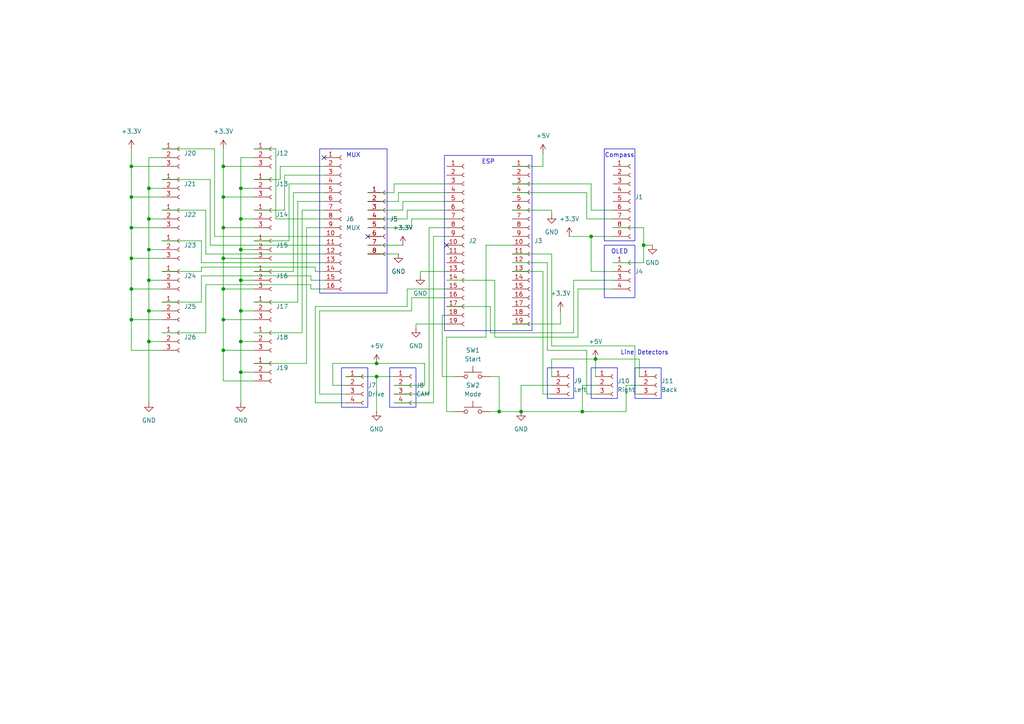
<source format=kicad_sch>
(kicad_sch (version 20250114) (generator "eeschema") (generator_version "9.0")
  (paper "A4")
  (lib_symbols
    (symbol "Connector:Conn_01x03_Socket" (pin_names (offset 1.016) (hide yes))
      (property "Reference" "J" (at 0 5.08 0))
      (property "Value" "Conn_01x03_Socket" (at 0 -5.08 0))
      (symbol "Conn_01x03_Socket_1_1"
        (polyline (pts (xy -1.27 2.54) (xy -0.508 2.54)) (stroke (width 0.1524)))
        (polyline (pts (xy -1.27 0) (xy -0.508 0)) (stroke (width 0.1524)))
        (polyline (pts (xy -1.27 -2.54) (xy -0.508 -2.54)) (stroke (width 0.1524)))
        (arc (start 0 2.032) (mid -0.5058 2.54) (end 0 3.048) (stroke (width 0.1524)))
        (arc (start 0 -0.508) (mid -0.5058 0) (end 0 0.508) (stroke (width 0.1524)))
        (arc (start 0 -3.048) (mid -0.5058 -2.54) (end 0 -2.032) (stroke (width 0.1524)))
        (pin passive line (at -5.08 2.54 0) (length 3.81) (name "Pin_1") (number "1"))
        (pin passive line (at -5.08 0 0) (length 3.81) (name "Pin_2") (number "2"))
        (pin passive line (at -5.08 -2.54 0) (length 3.81) (name "Pin_3") (number "3"))
      )
    )
    (symbol "Connector:Conn_01x04_Socket" (pin_names (offset 1.016) (hide yes))
      (property "Reference" "J" (at 0 5.08 0))
      (property "Value" "Conn_01x04_Socket" (at 0 -7.62 0))
      (symbol "Conn_01x04_Socket_1_1"
        (polyline (pts (xy -1.27 2.54) (xy -0.508 2.54)) (stroke (width 0.1524)))
        (polyline (pts (xy -1.27 0) (xy -0.508 0)) (stroke (width 0.1524)))
        (polyline (pts (xy -1.27 -2.54) (xy -0.508 -2.54)) (stroke (width 0.1524)))
        (polyline (pts (xy -1.27 -5.08) (xy -0.508 -5.08)) (stroke (width 0.1524)))
        (arc (start 0 2.032) (mid -0.5058 2.54) (end 0 3.048) (stroke (width 0.1524)))
        (arc (start 0 -0.508) (mid -0.5058 0) (end 0 0.508) (stroke (width 0.1524)))
        (arc (start 0 -3.048) (mid -0.5058 -2.54) (end 0 -2.032) (stroke (width 0.1524)))
        (arc (start 0 -5.588) (mid -0.5058 -5.08) (end 0 -4.572) (stroke (width 0.1524)))
        (pin passive line (at -5.08 2.54 0) (length 3.81) (name "Pin_1") (number "1"))
        (pin passive line (at -5.08 0 0) (length 3.81) (name "Pin_2") (number "2"))
        (pin passive line (at -5.08 -2.54 0) (length 3.81) (name "Pin_3") (number "3"))
        (pin passive line (at -5.08 -5.08 0) (length 3.81) (name "Pin_4") (number "4"))
      )
    )
    (symbol "Connector:Conn_01x08_Socket" (pin_names (offset 1.016) (hide yes))
      (property "Reference" "J" (at 0 10.16 0))
      (property "Value" "Conn_01x08_Socket" (at 0 -12.7 0))
      (symbol "Conn_01x08_Socket_1_1"
        (polyline (pts (xy -1.27 7.62) (xy -0.508 7.62)) (stroke (width 0.1524)))
        (polyline (pts (xy -1.27 5.08) (xy -0.508 5.08)) (stroke (width 0.1524)))
        (polyline (pts (xy -1.27 2.54) (xy -0.508 2.54)) (stroke (width 0.1524)))
        (polyline (pts (xy -1.27 0) (xy -0.508 0)) (stroke (width 0.1524)))
        (polyline (pts (xy -1.27 -2.54) (xy -0.508 -2.54)) (stroke (width 0.1524)))
        (polyline (pts (xy -1.27 -5.08) (xy -0.508 -5.08)) (stroke (width 0.1524)))
        (polyline (pts (xy -1.27 -7.62) (xy -0.508 -7.62)) (stroke (width 0.1524)))
        (polyline (pts (xy -1.27 -10.16) (xy -0.508 -10.16)) (stroke (width 0.1524)))
        (arc (start 0 7.112) (mid -0.5058 7.62) (end 0 8.128) (stroke (width 0.1524)))
        (arc (start 0 4.572) (mid -0.5058 5.08) (end 0 5.588) (stroke (width 0.1524)))
        (arc (start 0 2.032) (mid -0.5058 2.54) (end 0 3.048) (stroke (width 0.1524)))
        (arc (start 0 -0.508) (mid -0.5058 0) (end 0 0.508) (stroke (width 0.1524)))
        (arc (start 0 -3.048) (mid -0.5058 -2.54) (end 0 -2.032) (stroke (width 0.1524)))
        (arc (start 0 -5.588) (mid -0.5058 -5.08) (end 0 -4.572) (stroke (width 0.1524)))
        (arc (start 0 -8.128) (mid -0.5058 -7.62) (end 0 -7.112) (stroke (width 0.1524)))
        (arc (start 0 -10.668) (mid -0.5058 -10.16) (end 0 -9.652) (stroke (width 0.1524)))
        (pin passive line (at -5.08 7.62 0) (length 3.81) (name "Pin_1") (number "1"))
        (pin passive line (at -5.08 5.08 0) (length 3.81) (name "Pin_2") (number "2"))
        (pin passive line (at -5.08 2.54 0) (length 3.81) (name "Pin_3") (number "3"))
        (pin passive line (at -5.08 0 0) (length 3.81) (name "Pin_4") (number "4"))
        (pin passive line (at -5.08 -2.54 0) (length 3.81) (name "Pin_5") (number "5"))
        (pin passive line (at -5.08 -5.08 0) (length 3.81) (name "Pin_6") (number "6"))
        (pin passive line (at -5.08 -7.62 0) (length 3.81) (name "Pin_7") (number "7"))
        (pin passive line (at -5.08 -10.16 0) (length 3.81) (name "Pin_8") (number "8"))
      )
    )
    (symbol "Connector:Conn_01x09_Socket" (pin_names (offset 1.016) (hide yes))
      (property "Reference" "J" (at 0 12.7 0))
      (property "Value" "Conn_01x09_Socket" (at 0 -12.7 0))
      (symbol "Conn_01x09_Socket_1_1"
        (polyline (pts (xy -1.27 10.16) (xy -0.508 10.16)) (stroke (width 0.1524)))
        (polyline (pts (xy -1.27 7.62) (xy -0.508 7.62)) (stroke (width 0.1524)))
        (polyline (pts (xy -1.27 5.08) (xy -0.508 5.08)) (stroke (width 0.1524)))
        (polyline (pts (xy -1.27 2.54) (xy -0.508 2.54)) (stroke (width 0.1524)))
        (polyline (pts (xy -1.27 0) (xy -0.508 0)) (stroke (width 0.1524)))
        (polyline (pts (xy -1.27 -2.54) (xy -0.508 -2.54)) (stroke (width 0.1524)))
        (polyline (pts (xy -1.27 -5.08) (xy -0.508 -5.08)) (stroke (width 0.1524)))
        (polyline (pts (xy -1.27 -7.62) (xy -0.508 -7.62)) (stroke (width 0.1524)))
        (polyline (pts (xy -1.27 -10.16) (xy -0.508 -10.16)) (stroke (width 0.1524)))
        (arc (start 0 9.652) (mid -0.5058 10.16) (end 0 10.668) (stroke (width 0.1524)))
        (arc (start 0 7.112) (mid -0.5058 7.62) (end 0 8.128) (stroke (width 0.1524)))
        (arc (start 0 4.572) (mid -0.5058 5.08) (end 0 5.588) (stroke (width 0.1524)))
        (arc (start 0 2.032) (mid -0.5058 2.54) (end 0 3.048) (stroke (width 0.1524)))
        (arc (start 0 -0.508) (mid -0.5058 0) (end 0 0.508) (stroke (width 0.1524)))
        (arc (start 0 -3.048) (mid -0.5058 -2.54) (end 0 -2.032) (stroke (width 0.1524)))
        (arc (start 0 -5.588) (mid -0.5058 -5.08) (end 0 -4.572) (stroke (width 0.1524)))
        (arc (start 0 -8.128) (mid -0.5058 -7.62) (end 0 -7.112) (stroke (width 0.1524)))
        (arc (start 0 -10.668) (mid -0.5058 -10.16) (end 0 -9.652) (stroke (width 0.1524)))
        (pin passive line (at -5.08 10.16 0) (length 3.81) (name "Pin_1") (number "1"))
        (pin passive line (at -5.08 7.62 0) (length 3.81) (name "Pin_2") (number "2"))
        (pin passive line (at -5.08 5.08 0) (length 3.81) (name "Pin_3") (number "3"))
        (pin passive line (at -5.08 2.54 0) (length 3.81) (name "Pin_4") (number "4"))
        (pin passive line (at -5.08 0 0) (length 3.81) (name "Pin_5") (number "5"))
        (pin passive line (at -5.08 -2.54 0) (length 3.81) (name "Pin_6") (number "6"))
        (pin passive line (at -5.08 -5.08 0) (length 3.81) (name "Pin_7") (number "7"))
        (pin passive line (at -5.08 -7.62 0) (length 3.81) (name "Pin_8") (number "8"))
        (pin passive line (at -5.08 -10.16 0) (length 3.81) (name "Pin_9") (number "9"))
      )
    )
    (symbol "Connector:Conn_01x16_Socket" (pin_names (offset 1.016) (hide yes))
      (property "Reference" "J" (at 0 20.32 0))
      (property "Value" "Conn_01x16_Socket" (at 0 -22.86 0))
      (symbol "Conn_01x16_Socket_1_1"
        (polyline (pts (xy -1.27 17.78) (xy -0.508 17.78)) (stroke (width 0.1524)))
        (polyline (pts (xy -1.27 15.24) (xy -0.508 15.24)) (stroke (width 0.1524)))
        (polyline (pts (xy -1.27 12.7) (xy -0.508 12.7)) (stroke (width 0.1524)))
        (polyline (pts (xy -1.27 10.16) (xy -0.508 10.16)) (stroke (width 0.1524)))
        (polyline (pts (xy -1.27 7.62) (xy -0.508 7.62)) (stroke (width 0.1524)))
        (polyline (pts (xy -1.27 5.08) (xy -0.508 5.08)) (stroke (width 0.1524)))
        (polyline (pts (xy -1.27 2.54) (xy -0.508 2.54)) (stroke (width 0.1524)))
        (polyline (pts (xy -1.27 0) (xy -0.508 0)) (stroke (width 0.1524)))
        (polyline (pts (xy -1.27 -2.54) (xy -0.508 -2.54)) (stroke (width 0.1524)))
        (polyline (pts (xy -1.27 -5.08) (xy -0.508 -5.08)) (stroke (width 0.1524)))
        (polyline (pts (xy -1.27 -7.62) (xy -0.508 -7.62)) (stroke (width 0.1524)))
        (polyline (pts (xy -1.27 -10.16) (xy -0.508 -10.16)) (stroke (width 0.1524)))
        (polyline (pts (xy -1.27 -12.7) (xy -0.508 -12.7)) (stroke (width 0.1524)))
        (polyline (pts (xy -1.27 -15.24) (xy -0.508 -15.24)) (stroke (width 0.1524)))
        (polyline (pts (xy -1.27 -17.78) (xy -0.508 -17.78)) (stroke (width 0.1524)))
        (polyline (pts (xy -1.27 -20.32) (xy -0.508 -20.32)) (stroke (width 0.1524)))
        (arc (start 0 17.272) (mid -0.5058 17.78) (end 0 18.288) (stroke (width 0.1524)))
        (arc (start 0 14.732) (mid -0.5058 15.24) (end 0 15.748) (stroke (width 0.1524)))
        (arc (start 0 12.192) (mid -0.5058 12.7) (end 0 13.208) (stroke (width 0.1524)))
        (arc (start 0 9.652) (mid -0.5058 10.16) (end 0 10.668) (stroke (width 0.1524)))
        (arc (start 0 7.112) (mid -0.5058 7.62) (end 0 8.128) (stroke (width 0.1524)))
        (arc (start 0 4.572) (mid -0.5058 5.08) (end 0 5.588) (stroke (width 0.1524)))
        (arc (start 0 2.032) (mid -0.5058 2.54) (end 0 3.048) (stroke (width 0.1524)))
        (arc (start 0 -0.508) (mid -0.5058 0) (end 0 0.508) (stroke (width 0.1524)))
        (arc (start 0 -3.048) (mid -0.5058 -2.54) (end 0 -2.032) (stroke (width 0.1524)))
        (arc (start 0 -5.588) (mid -0.5058 -5.08) (end 0 -4.572) (stroke (width 0.1524)))
        (arc (start 0 -8.128) (mid -0.5058 -7.62) (end 0 -7.112) (stroke (width 0.1524)))
        (arc (start 0 -10.668) (mid -0.5058 -10.16) (end 0 -9.652) (stroke (width 0.1524)))
        (arc (start 0 -13.208) (mid -0.5058 -12.7) (end 0 -12.192) (stroke (width 0.1524)))
        (arc (start 0 -15.748) (mid -0.5058 -15.24) (end 0 -14.732) (stroke (width 0.1524)))
        (arc (start 0 -18.288) (mid -0.5058 -17.78) (end 0 -17.272) (stroke (width 0.1524)))
        (arc (start 0 -20.828) (mid -0.5058 -20.32) (end 0 -19.812) (stroke (width 0.1524)))
        (pin passive line (at -5.08 17.78 0) (length 3.81) (name "Pin_1") (number "1"))
        (pin passive line (at -5.08 15.24 0) (length 3.81) (name "Pin_2") (number "2"))
        (pin passive line (at -5.08 12.7 0) (length 3.81) (name "Pin_3") (number "3"))
        (pin passive line (at -5.08 10.16 0) (length 3.81) (name "Pin_4") (number "4"))
        (pin passive line (at -5.08 7.62 0) (length 3.81) (name "Pin_5") (number "5"))
        (pin passive line (at -5.08 5.08 0) (length 3.81) (name "Pin_6") (number "6"))
        (pin passive line (at -5.08 2.54 0) (length 3.81) (name "Pin_7") (number "7"))
        (pin passive line (at -5.08 0 0) (length 3.81) (name "Pin_8") (number "8"))
        (pin passive line (at -5.08 -2.54 0) (length 3.81) (name "Pin_9") (number "9"))
        (pin passive line (at -5.08 -5.08 0) (length 3.81) (name "Pin_10") (number "10"))
        (pin passive line (at -5.08 -7.62 0) (length 3.81) (name "Pin_11") (number "11"))
        (pin passive line (at -5.08 -10.16 0) (length 3.81) (name "Pin_12") (number "12"))
        (pin passive line (at -5.08 -12.7 0) (length 3.81) (name "Pin_13") (number "13"))
        (pin passive line (at -5.08 -15.24 0) (length 3.81) (name "Pin_14") (number "14"))
        (pin passive line (at -5.08 -17.78 0) (length 3.81) (name "Pin_15") (number "15"))
        (pin passive line (at -5.08 -20.32 0) (length 3.81) (name "Pin_16") (number "16"))
      )
    )
    (symbol "Connector:Conn_01x19_Socket" (pin_names (offset 1.016) (hide yes))
      (property "Reference" "J" (at 0 25.4 0))
      (property "Value" "Conn_01x19_Socket" (at 0 -25.4 0))
      (symbol "Conn_01x19_Socket_1_1"
        (polyline (pts (xy -1.27 22.86) (xy -0.508 22.86)) (stroke (width 0.1524)))
        (polyline (pts (xy -1.27 20.32) (xy -0.508 20.32)) (stroke (width 0.1524)))
        (polyline (pts (xy -1.27 17.78) (xy -0.508 17.78)) (stroke (width 0.1524)))
        (polyline (pts (xy -1.27 15.24) (xy -0.508 15.24)) (stroke (width 0.1524)))
        (polyline (pts (xy -1.27 12.7) (xy -0.508 12.7)) (stroke (width 0.1524)))
        (polyline (pts (xy -1.27 10.16) (xy -0.508 10.16)) (stroke (width 0.1524)))
        (polyline (pts (xy -1.27 7.62) (xy -0.508 7.62)) (stroke (width 0.1524)))
        (polyline (pts (xy -1.27 5.08) (xy -0.508 5.08)) (stroke (width 0.1524)))
        (polyline (pts (xy -1.27 2.54) (xy -0.508 2.54)) (stroke (width 0.1524)))
        (polyline (pts (xy -1.27 0) (xy -0.508 0)) (stroke (width 0.1524)))
        (polyline (pts (xy -1.27 -2.54) (xy -0.508 -2.54)) (stroke (width 0.1524)))
        (polyline (pts (xy -1.27 -5.08) (xy -0.508 -5.08)) (stroke (width 0.1524)))
        (polyline (pts (xy -1.27 -7.62) (xy -0.508 -7.62)) (stroke (width 0.1524)))
        (polyline (pts (xy -1.27 -10.16) (xy -0.508 -10.16)) (stroke (width 0.1524)))
        (polyline (pts (xy -1.27 -12.7) (xy -0.508 -12.7)) (stroke (width 0.1524)))
        (polyline (pts (xy -1.27 -15.24) (xy -0.508 -15.24)) (stroke (width 0.1524)))
        (polyline (pts (xy -1.27 -17.78) (xy -0.508 -17.78)) (stroke (width 0.1524)))
        (polyline (pts (xy -1.27 -20.32) (xy -0.508 -20.32)) (stroke (width 0.1524)))
        (polyline (pts (xy -1.27 -22.86) (xy -0.508 -22.86)) (stroke (width 0.1524)))
        (arc (start 0 22.352) (mid -0.5058 22.86) (end 0 23.368) (stroke (width 0.1524)))
        (arc (start 0 19.812) (mid -0.5058 20.32) (end 0 20.828) (stroke (width 0.1524)))
        (arc (start 0 17.272) (mid -0.5058 17.78) (end 0 18.288) (stroke (width 0.1524)))
        (arc (start 0 14.732) (mid -0.5058 15.24) (end 0 15.748) (stroke (width 0.1524)))
        (arc (start 0 12.192) (mid -0.5058 12.7) (end 0 13.208) (stroke (width 0.1524)))
        (arc (start 0 9.652) (mid -0.5058 10.16) (end 0 10.668) (stroke (width 0.1524)))
        (arc (start 0 7.112) (mid -0.5058 7.62) (end 0 8.128) (stroke (width 0.1524)))
        (arc (start 0 4.572) (mid -0.5058 5.08) (end 0 5.588) (stroke (width 0.1524)))
        (arc (start 0 2.032) (mid -0.5058 2.54) (end 0 3.048) (stroke (width 0.1524)))
        (arc (start 0 -0.508) (mid -0.5058 0) (end 0 0.508) (stroke (width 0.1524)))
        (arc (start 0 -3.048) (mid -0.5058 -2.54) (end 0 -2.032) (stroke (width 0.1524)))
        (arc (start 0 -5.588) (mid -0.5058 -5.08) (end 0 -4.572) (stroke (width 0.1524)))
        (arc (start 0 -8.128) (mid -0.5058 -7.62) (end 0 -7.112) (stroke (width 0.1524)))
        (arc (start 0 -10.668) (mid -0.5058 -10.16) (end 0 -9.652) (stroke (width 0.1524)))
        (arc (start 0 -13.208) (mid -0.5058 -12.7) (end 0 -12.192) (stroke (width 0.1524)))
        (arc (start 0 -15.748) (mid -0.5058 -15.24) (end 0 -14.732) (stroke (width 0.1524)))
        (arc (start 0 -18.288) (mid -0.5058 -17.78) (end 0 -17.272) (stroke (width 0.1524)))
        (arc (start 0 -20.828) (mid -0.5058 -20.32) (end 0 -19.812) (stroke (width 0.1524)))
        (arc (start 0 -23.368) (mid -0.5058 -22.86) (end 0 -22.352) (stroke (width 0.1524)))
        (pin passive line (at -5.08 22.86 0) (length 3.81) (name "Pin_1") (number "1"))
        (pin passive line (at -5.08 20.32 0) (length 3.81) (name "Pin_2") (number "2"))
        (pin passive line (at -5.08 17.78 0) (length 3.81) (name "Pin_3") (number "3"))
        (pin passive line (at -5.08 15.24 0) (length 3.81) (name "Pin_4") (number "4"))
        (pin passive line (at -5.08 12.7 0) (length 3.81) (name "Pin_5") (number "5"))
        (pin passive line (at -5.08 10.16 0) (length 3.81) (name "Pin_6") (number "6"))
        (pin passive line (at -5.08 7.62 0) (length 3.81) (name "Pin_7") (number "7"))
        (pin passive line (at -5.08 5.08 0) (length 3.81) (name "Pin_8") (number "8"))
        (pin passive line (at -5.08 2.54 0) (length 3.81) (name "Pin_9") (number "9"))
        (pin passive line (at -5.08 0 0) (length 3.81) (name "Pin_10") (number "10"))
        (pin passive line (at -5.08 -2.54 0) (length 3.81) (name "Pin_11") (number "11"))
        (pin passive line (at -5.08 -5.08 0) (length 3.81) (name "Pin_12") (number "12"))
        (pin passive line (at -5.08 -7.62 0) (length 3.81) (name "Pin_13") (number "13"))
        (pin passive line (at -5.08 -10.16 0) (length 3.81) (name "Pin_14") (number "14"))
        (pin passive line (at -5.08 -12.7 0) (length 3.81) (name "Pin_15") (number "15"))
        (pin passive line (at -5.08 -15.24 0) (length 3.81) (name "Pin_16") (number "16"))
        (pin passive line (at -5.08 -17.78 0) (length 3.81) (name "Pin_17") (number "17"))
        (pin passive line (at -5.08 -20.32 0) (length 3.81) (name "Pin_18") (number "18"))
        (pin passive line (at -5.08 -22.86 0) (length 3.81) (name "Pin_19") (number "19"))
      )
    )
    (symbol "Switch:SW_Push" (pin_numbers (hide yes)) (pin_names (offset 1.016) (hide yes))
      (property "Reference" "SW" (at 1.27 2.54 0))
      (property "Value" "SW_Push" (at 0 -1.524 0))
      (symbol "SW_Push_0_1"
        (circle (center -2.032 0) (radius 0.508))
        (polyline (pts (xy 0 1.27) (xy 0 3.048)))
        (circle (center 2.032 0) (radius 0.508))
        (polyline (pts (xy 2.54 1.27) (xy -2.54 1.27)))
        (pin passive line (at -5.08 0 0) (length 2.54) (name "1") (number "1"))
        (pin passive line (at 5.08 0 180) (length 2.54) (name "2") (number "2"))
      )
    )
    (symbol "power:+3.3V" (power) (pin_numbers (hide yes)) (pin_names (offset 0) (hide yes))
      (property "Value" "+3.3V" (at 0 3.556 0))
      (symbol "+3.3V_0_1"
        (polyline (pts (xy -0.762 1.27) (xy 0 2.54)))
        (polyline (pts (xy 0 2.54) (xy 0.762 1.27)))
        (polyline (pts (xy 0 0) (xy 0 2.54)))
      )
      (symbol "+3.3V_1_1"
        (pin power_in line (at 0 0 90) (length 0) (name "~") (number "1"))
      )
    )
    (symbol "power:+5V" (power) (pin_numbers (hide yes)) (pin_names (offset 0) (hide yes))
      (property "Value" "+5V" (at 0 3.556 0))
      (symbol "+5V_0_1"
        (polyline (pts (xy -0.762 1.27) (xy 0 2.54)))
        (polyline (pts (xy 0 2.54) (xy 0.762 1.27)))
        (polyline (pts (xy 0 0) (xy 0 2.54)))
      )
      (symbol "+5V_1_1"
        (pin power_in line (at 0 0 90) (length 0) (name "~") (number "1"))
      )
    )
    (symbol "power:GND" (power) (pin_numbers (hide yes)) (pin_names (offset 0) (hide yes))
      (property "Value" "GND" (at 0 -3.81 0))
      (symbol "GND_0_1"
        (polyline (pts (xy 0 0) (xy 0 -1.27) (xy 1.27 -1.27) (xy 0 -2.54) (xy -1.27 -1.27) (xy 0 -1.27)))
      )
      (symbol "GND_1_1"
        (pin power_in line (at 0 0 270) (length 0) (name "~") (number "1"))
      )
    )
  )
  (rectangle (start 184.15 106.68) (end 191.77 115.57))
  (rectangle (start 113.03 106.68) (end 120.65 118.11))
  (rectangle (start 158.75 106.68) (end 166.37 115.57))
  (rectangle (start 171.45 106.68) (end 179.07 115.57))
  (rectangle (start 99.06 106.68) (end 106.68 118.11))
  (text "Line Detectors" (at 186.944 102.362 0) (effects (font (size 1.27 1.27))))
  (text_box "OLED" (at 175.26 71.12 0) (size 8.89 15.24) (margins 0.9525 0.9525 0.9525 0.9525) (effects (font (size 1.27 1.27)) (justify top)))
  (text_box "Compass" (at 175.26 43.18 0) (size 8.89 26.67) (margins 0.9525 0.9525 0.9525 0.9525) (effects (font (size 1.27 1.27)) (justify top)))
  (text_box "ESP" (at 128.905 45.085 0) (size 25.3999 50.7999) (margins 0.9525 0.9525 0.9525 0.9525) (effects (font (size 1.27 1.27)) (justify top)))
  (text_box "MUX" (at 92.71 43.18 0) (size 19.5562 41.822) (margins 0.9525 0.9525 0.9525 0.9525) (effects (font (size 1.27 1.27)) (justify top)))
  (junction (at 38.1 57.15))
  (junction (at 64.77 101.6))
  (junction (at 69.85 72.39))
  (junction (at 172.72 104.14))
  (junction (at 43.18 54.61))
  (junction (at 38.1 48.26))
  (junction (at 69.85 99.06))
  (junction (at 43.18 81.28))
  (junction (at 38.1 83.82))
  (junction (at 69.85 107.95))
  (junction (at 64.77 92.71))
  (junction (at 43.18 72.39))
  (junction (at 64.77 57.15))
  (junction (at 43.18 90.17))
  (junction (at 151.13 119.38))
  (junction (at 69.85 63.5))
  (junction (at 69.85 54.61))
  (junction (at 109.22 105.41))
  (junction (at 64.77 48.26))
  (junction (at 69.85 90.17))
  (junction (at 69.85 81.28))
  (junction (at 38.1 92.71))
  (junction (at 171.45 68.58))
  (junction (at 64.77 66.04))
  (junction (at 38.1 74.93))
  (junction (at 38.1 66.04))
  (junction (at 109.22 109.22))
  (junction (at 64.77 83.82))
  (junction (at 43.18 63.5))
  (junction (at 64.77 74.93))
  (junction (at 186.69 71.12))
  (junction (at 168.91 119.38))
  (junction (at 43.18 99.06))
  (junction (at 144.78 119.38))
  (no_connect (at 93.98 45.72))
  (no_connect (at 106.68 68.58))
  (no_connect (at 129.54 71.12))
  (wire (pts (xy 143.51 81.28) (xy 129.54 81.28)))
  (wire (pts (xy 158.75 76.2) (xy 148.59 76.2)))
  (wire (pts (xy 160.02 73.66) (xy 160.02 100.33)))
  (wire (pts (xy 43.18 72.39) (xy 43.18 81.28)))
  (wire (pts (xy 118.11 83.82) (xy 129.54 83.82)))
  (wire (pts (xy 160.02 73.66) (xy 148.59 73.66)))
  (wire (pts (xy 186.69 71.12) (xy 186.69 66.04)))
  (wire (pts (xy 73.66 54.61) (xy 69.85 54.61)))
  (wire (pts (xy 38.1 57.15) (xy 38.1 66.04)))
  (wire (pts (xy 46.99 83.82) (xy 38.1 83.82)))
  (wire (pts (xy 73.66 105.41) (xy 88.9 105.41)))
  (wire (pts (xy 114.3 53.34) (xy 129.54 53.34)))
  (wire (pts (xy 119.38 63.5) (xy 119.38 66.04)))
  (wire (pts (xy 91.44 116.84) (xy 100.33 116.84)))
  (wire (pts (xy 144.78 109.22) (xy 144.78 119.38)))
  (wire (pts (xy 46.99 57.15) (xy 38.1 57.15)))
  (wire (pts (xy 129.54 97.79) (xy 140.97 97.79)))
  (wire (pts (xy 142.24 119.38) (xy 144.78 119.38)))
  (wire (pts (xy 69.85 81.28) (xy 69.85 90.17)))
  (wire (pts (xy 73.66 96.52) (xy 87.63 96.52)))
  (wire (pts (xy 118.11 63.5) (xy 106.68 63.5)))
  (wire (pts (xy 43.18 81.28) (xy 43.18 90.17)))
  (wire (pts (xy 62.23 43.18) (xy 62.23 68.58)))
  (wire (pts (xy 158.75 101.6) (xy 170.18 101.6)))
  (wire (pts (xy 92.71 90.17) (xy 92.71 114.3)))
  (wire (pts (xy 46.99 74.93) (xy 38.1 74.93)))
  (wire (pts (xy 143.51 81.28) (xy 143.51 97.79)))
  (wire (pts (xy 181.61 119.38) (xy 168.91 119.38)))
  (wire (pts (xy 80.01 63.5) (xy 93.98 63.5)))
  (wire (pts (xy 73.66 81.28) (xy 69.85 81.28)))
  (wire (pts (xy 172.72 104.14) (xy 185.42 104.14)))
  (wire (pts (xy 73.66 57.15) (xy 64.77 57.15)))
  (wire (pts (xy 114.3 55.88) (xy 114.3 53.34)))
  (wire (pts (xy 64.77 74.93) (xy 64.77 83.82)))
  (wire (pts (xy 73.66 52.07) (xy 81.28 52.07)))
  (wire (pts (xy 157.48 78.74) (xy 148.59 78.74)))
  (wire (pts (xy 144.78 109.22) (xy 142.24 109.22)))
  (wire (pts (xy 81.28 48.26) (xy 93.98 48.26)))
  (wire (pts (xy 184.15 114.3) (xy 185.42 114.3)))
  (wire (pts (xy 64.77 101.6) (xy 64.77 92.71)))
  (wire (pts (xy 160.02 104.14) (xy 172.72 104.14)))
  (wire (pts (xy 118.11 60.96) (xy 118.11 63.5)))
  (wire (pts (xy 83.82 53.34) (xy 93.98 53.34)))
  (wire (pts (xy 73.66 87.63) (xy 86.36 87.63)))
  (wire (pts (xy 114.3 111.76) (xy 123.19 111.76)))
  (wire (pts (xy 46.99 63.5) (xy 43.18 63.5)))
  (wire (pts (xy 125.73 68.58) (xy 129.54 68.58)))
  (wire (pts (xy 59.69 60.96) (xy 59.69 73.66)))
  (wire (pts (xy 46.99 72.39) (xy 43.18 72.39)))
  (wire (pts (xy 171.45 68.58) (xy 177.8 68.58)))
  (wire (pts (xy 64.77 48.26) (xy 64.77 57.15)))
  (wire (pts (xy 171.45 53.34) (xy 171.45 60.96)))
  (wire (pts (xy 109.22 109.22) (xy 114.3 109.22)))
  (wire (pts (xy 171.45 60.96) (xy 177.8 60.96)))
  (wire (pts (xy 177.8 66.04) (xy 186.69 66.04)))
  (wire (pts (xy 151.13 111.76) (xy 151.13 119.38)))
  (wire (pts (xy 90.17 83.82) (xy 93.98 83.82)))
  (wire (pts (xy 58.42 80.01) (xy 90.17 80.01)))
  (wire (pts (xy 125.73 68.58) (xy 125.73 116.84)))
  (wire (pts (xy 171.45 68.58) (xy 171.45 78.74)))
  (wire (pts (xy 90.17 82.55) (xy 90.17 83.82)))
  (wire (pts (xy 148.59 48.26) (xy 157.48 48.26)))
  (wire (pts (xy 73.66 101.6) (xy 64.77 101.6)))
  (wire (pts (xy 73.66 63.5) (xy 69.85 63.5)))
  (wire (pts (xy 170.18 101.6) (xy 170.18 114.3)))
  (wire (pts (xy 100.33 109.22) (xy 109.22 109.22)))
  (wire (pts (xy 189.23 71.12) (xy 186.69 71.12)))
  (wire (pts (xy 73.66 43.18) (xy 80.01 43.18)))
  (wire (pts (xy 59.69 82.55) (xy 90.17 82.55)))
  (wire (pts (xy 167.64 97.79) (xy 167.64 83.82)))
  (wire (pts (xy 46.99 78.74) (xy 58.42 78.74)))
  (wire (pts (xy 106.68 71.12) (xy 116.84 71.12)))
  (wire (pts (xy 46.99 54.61) (xy 43.18 54.61)))
  (wire (pts (xy 160.02 100.33) (xy 184.15 100.33)))
  (wire (pts (xy 88.9 66.04) (xy 93.98 66.04)))
  (wire (pts (xy 38.1 48.26) (xy 38.1 57.15)))
  (wire (pts (xy 140.97 97.79) (xy 140.97 71.12)))
  (wire (pts (xy 167.64 83.82) (xy 177.8 83.82)))
  (wire (pts (xy 90.17 80.01) (xy 90.17 81.28)))
  (wire (pts (xy 73.66 99.06) (xy 69.85 99.06)))
  (wire (pts (xy 64.77 83.82) (xy 64.77 92.71)))
  (wire (pts (xy 38.1 48.26) (xy 38.1 43.18)))
  (wire (pts (xy 46.99 81.28) (xy 43.18 81.28)))
  (wire (pts (xy 158.75 76.2) (xy 158.75 101.6)))
  (wire (pts (xy 119.38 86.36) (xy 119.38 90.17)))
  (wire (pts (xy 43.18 63.5) (xy 43.18 72.39)))
  (wire (pts (xy 166.37 81.28) (xy 177.8 81.28)))
  (wire (pts (xy 151.13 119.38) (xy 168.91 119.38)))
  (wire (pts (xy 43.18 90.17) (xy 43.18 99.06)))
  (wire (pts (xy 118.11 83.82) (xy 118.11 88.9)))
  (wire (pts (xy 96.52 105.41) (xy 96.52 111.76)))
  (wire (pts (xy 142.24 88.9) (xy 142.24 96.52)))
  (wire (pts (xy 43.18 45.72) (xy 43.18 54.61)))
  (wire (pts (xy 170.18 63.5) (xy 177.8 63.5)))
  (wire (pts (xy 60.96 71.12) (xy 93.98 71.12)))
  (wire (pts (xy 46.99 48.26) (xy 38.1 48.26)))
  (wire (pts (xy 168.91 111.76) (xy 168.91 119.38)))
  (wire (pts (xy 129.54 93.98) (xy 120.65 93.98)))
  (wire (pts (xy 123.19 111.76) (xy 123.19 105.41)))
  (wire (pts (xy 114.3 116.84) (xy 125.73 116.84)))
  (wire (pts (xy 129.54 119.38) (xy 132.08 119.38)))
  (wire (pts (xy 170.18 114.3) (xy 172.72 114.3)))
  (wire (pts (xy 46.99 101.6) (xy 38.1 101.6)))
  (wire (pts (xy 124.46 66.04) (xy 129.54 66.04)))
  (wire (pts (xy 58.42 87.63) (xy 58.42 80.01)))
  (wire (pts (xy 114.3 114.3) (xy 124.46 114.3)))
  (wire (pts (xy 116.84 58.42) (xy 129.54 58.42)))
  (wire (pts (xy 73.66 110.49) (xy 64.77 110.49)))
  (wire (pts (xy 143.51 97.79) (xy 167.64 97.79)))
  (wire (pts (xy 177.8 76.2) (xy 186.69 76.2)))
  (wire (pts (xy 73.66 45.72) (xy 69.85 45.72)))
  (wire (pts (xy 171.45 78.74) (xy 177.8 78.74)))
  (wire (pts (xy 124.46 66.04) (xy 124.46 114.3)))
  (wire (pts (xy 162.56 90.17) (xy 162.56 93.98)))
  (wire (pts (xy 162.56 93.98) (xy 148.59 93.98)))
  (wire (pts (xy 109.22 105.41) (xy 96.52 105.41)))
  (wire (pts (xy 69.85 54.61) (xy 69.85 63.5)))
  (wire (pts (xy 106.68 73.66) (xy 115.57 73.66)))
  (wire (pts (xy 64.77 66.04) (xy 64.77 74.93)))
  (wire (pts (xy 69.85 45.72) (xy 69.85 54.61)))
  (wire (pts (xy 83.82 53.34) (xy 83.82 69.85)))
  (wire (pts (xy 69.85 72.39) (xy 69.85 81.28)))
  (wire (pts (xy 81.28 52.07) (xy 81.28 48.26)))
  (wire (pts (xy 86.36 87.63) (xy 86.36 58.42)))
  (wire (pts (xy 69.85 116.84) (xy 69.85 107.95)))
  (wire (pts (xy 157.48 48.26) (xy 157.48 44.45)))
  (wire (pts (xy 109.22 109.22) (xy 109.22 119.38)))
  (wire (pts (xy 46.99 87.63) (xy 58.42 87.63)))
  (wire (pts (xy 87.63 96.52) (xy 87.63 60.96)))
  (wire (pts (xy 172.72 109.22) (xy 172.72 104.14)))
  (wire (pts (xy 46.99 69.85) (xy 58.42 69.85)))
  (wire (pts (xy 38.1 74.93) (xy 38.1 83.82)))
  (wire (pts (xy 88.9 66.04) (xy 88.9 105.41)))
  (wire (pts (xy 58.42 77.47) (xy 91.44 77.47)))
  (wire (pts (xy 64.77 57.15) (xy 64.77 66.04)))
  (wire (pts (xy 46.99 60.96) (xy 59.69 60.96)))
  (wire (pts (xy 69.85 63.5) (xy 69.85 72.39)))
  (wire (pts (xy 170.18 55.88) (xy 170.18 63.5)))
  (wire (pts (xy 106.68 55.88) (xy 114.3 55.88)))
  (wire (pts (xy 160.02 109.22) (xy 160.02 104.14)))
  (wire (pts (xy 73.66 66.04) (xy 64.77 66.04)))
  (wire (pts (xy 73.66 60.96) (xy 82.55 60.96)))
  (wire (pts (xy 118.11 60.96) (xy 129.54 60.96)))
  (wire (pts (xy 43.18 99.06) (xy 43.18 116.84)))
  (wire (pts (xy 91.44 77.47) (xy 91.44 78.74)))
  (wire (pts (xy 82.55 50.8) (xy 93.98 50.8)))
  (wire (pts (xy 129.54 97.79) (xy 129.54 119.38)))
  (wire (pts (xy 64.77 110.49) (xy 64.77 101.6)))
  (wire (pts (xy 157.48 78.74) (xy 157.48 114.3)))
  (wire (pts (xy 73.66 48.26) (xy 64.77 48.26)))
  (wire (pts (xy 58.42 78.74) (xy 58.42 77.47)))
  (wire (pts (xy 64.77 48.26) (xy 64.77 43.18)))
  (wire (pts (xy 38.1 83.82) (xy 38.1 92.71)))
  (wire (pts (xy 86.36 58.42) (xy 93.98 58.42)))
  (wire (pts (xy 69.85 107.95) (xy 73.66 107.95)))
  (wire (pts (xy 80.01 43.18) (xy 80.01 63.5)))
  (wire (pts (xy 69.85 99.06) (xy 69.85 107.95)))
  (wire (pts (xy 59.69 96.52) (xy 59.69 82.55)))
  (wire (pts (xy 73.66 72.39) (xy 69.85 72.39)))
  (wire (pts (xy 115.57 58.42) (xy 115.57 55.88)))
  (wire (pts (xy 128.27 109.22) (xy 132.08 109.22)))
  (wire (pts (xy 185.42 109.22) (xy 185.42 104.14)))
  (wire (pts (xy 109.22 105.41) (xy 123.19 105.41)))
  (wire (pts (xy 73.66 78.74) (xy 85.09 78.74)))
  (wire (pts (xy 73.66 83.82) (xy 64.77 83.82)))
  (wire (pts (xy 148.59 53.34) (xy 171.45 53.34)))
  (wire (pts (xy 46.99 52.07) (xy 60.96 52.07)))
  (wire (pts (xy 185.42 111.76) (xy 181.61 111.76)))
  (wire (pts (xy 46.99 96.52) (xy 59.69 96.52)))
  (wire (pts (xy 85.09 55.88) (xy 93.98 55.88)))
  (wire (pts (xy 91.44 88.9) (xy 91.44 116.84)))
  (wire (pts (xy 85.09 78.74) (xy 85.09 55.88)))
  (wire (pts (xy 166.37 81.28) (xy 166.37 96.52)))
  (wire (pts (xy 46.99 90.17) (xy 43.18 90.17)))
  (wire (pts (xy 58.42 76.2) (xy 93.98 76.2)))
  (wire (pts (xy 148.59 60.96) (xy 160.02 60.96)))
  (wire (pts (xy 90.17 81.28) (xy 93.98 81.28)))
  (wire (pts (xy 59.69 73.66) (xy 93.98 73.66)))
  (wire (pts (xy 96.52 111.76) (xy 100.33 111.76)))
  (wire (pts (xy 128.27 91.44) (xy 129.54 91.44)))
  (wire (pts (xy 115.57 55.88) (xy 129.54 55.88)))
  (wire (pts (xy 73.66 74.93) (xy 64.77 74.93)))
  (wire (pts (xy 116.84 60.96) (xy 116.84 58.42)))
  (wire (pts (xy 120.65 93.98) (xy 120.65 95.25)))
  (wire (pts (xy 58.42 69.85) (xy 58.42 76.2)))
  (wire (pts (xy 46.99 99.06) (xy 43.18 99.06)))
  (wire (pts (xy 73.66 90.17) (xy 69.85 90.17)))
  (wire (pts (xy 87.63 60.96) (xy 93.98 60.96)))
  (wire (pts (xy 46.99 92.71) (xy 38.1 92.71)))
  (wire (pts (xy 46.99 45.72) (xy 43.18 45.72)))
  (wire (pts (xy 121.92 80.01) (xy 121.92 78.74)))
  (wire (pts (xy 186.69 71.12) (xy 186.69 76.2)))
  (wire (pts (xy 46.99 43.18) (xy 62.23 43.18)))
  (wire (pts (xy 119.38 86.36) (xy 129.54 86.36)))
  (wire (pts (xy 82.55 50.8) (xy 82.55 60.96)))
  (wire (pts (xy 60.96 52.07) (xy 60.96 71.12)))
  (wire (pts (xy 128.27 109.22) (xy 128.27 91.44)))
  (wire (pts (xy 106.68 60.96) (xy 116.84 60.96)))
  (wire (pts (xy 160.02 60.96) (xy 160.02 62.23)))
  (wire (pts (xy 165.1 68.58) (xy 171.45 68.58)))
  (wire (pts (xy 62.23 68.58) (xy 93.98 68.58)))
  (wire (pts (xy 92.71 114.3) (xy 100.33 114.3)))
  (wire (pts (xy 118.11 88.9) (xy 91.44 88.9)))
  (wire (pts (xy 148.59 55.88) (xy 170.18 55.88)))
  (wire (pts (xy 73.66 69.85) (xy 83.82 69.85)))
  (wire (pts (xy 157.48 114.3) (xy 160.02 114.3)))
  (wire (pts (xy 142.24 88.9) (xy 129.54 88.9)))
  (wire (pts (xy 73.66 92.71) (xy 64.77 92.71)))
  (wire (pts (xy 38.1 66.04) (xy 38.1 74.93)))
  (wire (pts (xy 69.85 90.17) (xy 69.85 99.06)))
  (wire (pts (xy 181.61 111.76) (xy 181.61 119.38)))
  (wire (pts (xy 160.02 111.76) (xy 151.13 111.76)))
  (wire (pts (xy 142.24 96.52) (xy 166.37 96.52)))
  (wire (pts (xy 119.38 90.17) (xy 92.71 90.17)))
  (wire (pts (xy 106.68 66.04) (xy 119.38 66.04)))
  (wire (pts (xy 184.15 100.33) (xy 184.15 114.3)))
  (wire (pts (xy 43.18 54.61) (xy 43.18 63.5)))
  (wire (pts (xy 172.72 111.76) (xy 168.91 111.76)))
  (wire (pts (xy 46.99 66.04) (xy 38.1 66.04)))
  (wire (pts (xy 38.1 101.6) (xy 38.1 92.71)))
  (wire (pts (xy 91.44 78.74) (xy 93.98 78.74)))
  (wire (pts (xy 121.92 78.74) (xy 129.54 78.74)))
  (wire (pts (xy 119.38 63.5) (xy 129.54 63.5)))
  (wire (pts (xy 106.68 58.42) (xy 115.57 58.42)))
  (wire (pts (xy 144.78 119.38) (xy 151.13 119.38)))
  (wire (pts (xy 140.97 71.12) (xy 148.59 71.12)))
  (symbol (lib_id "Connector:Conn_01x03_Socket") (at 165.1 111.76 0) (unit 1)
    (property "Reference" "J9" (at 166.37 110.4899 0) (effects (justify left)))
    (property "Value" "Left" (at 166.37 113.0299 0) (effects (justify left)))
    (property "Footprint" "Connector_PinSocket_2.54mm:PinSocket_1x03_P2.54mm_Vertical" (effects (hide yes)))
    (property "Description" "Generic connector, single row, 01x03, script generated" (effects (hide yes)))
  )
  (symbol (lib_id "power:GND") (at 109.22 119.38 0) (unit 1)
    (property "Reference" "#PWR05" (effects (hide yes)))
    (property "Value" "GND" (at 109.22 124.46 0))
    (property "Description" "Power symbol creates a global label with name \"GND\" , ground" (effects (hide yes)))
  )
  (symbol (lib_id "Connector:Conn_01x19_Socket") (at 134.62 71.12 0) (unit 1)
    (property "Reference" "J2" (at 135.89 69.8499 0) (effects (justify left)))
    (property "Value" "Conn_01x19_Socket" (effects (hide yes)))
    (property "Footprint" "Connector_PinSocket_2.54mm:PinSocket_1x19_P2.54mm_Vertical" (effects (hide yes)))
    (property "Description" "Generic connector, single row, 01x19, script generated" (effects (hide yes)))
  )
  (symbol (lib_id "Connector:Conn_01x04_Socket") (at 119.38 111.76 0) (unit 1)
    (property "Reference" "J8" (at 120.65 111.7599 0) (effects (justify left)))
    (property "Value" "CAM" (at 120.65 114.2999 0) (effects (justify left)))
    (property "Footprint" "Connector_PinSocket_2.54mm:PinSocket_1x04_P2.54mm_Vertical" (effects (hide yes)))
    (property "Description" "Generic connector, single row, 01x04, script generated" (effects (hide yes)))
  )
  (symbol (lib_id "power:+3.3V") (at 165.1 68.58 0) (unit 1)
    (property "Reference" "#PWR010" (effects (hide yes)))
    (property "Value" "+3.3V" (at 165.1 63.5 0))
    (property "Description" "Power symbol creates a global label with name \"+3.3V\"" (effects (hide yes)))
  )
  (symbol (lib_id "power:+3.3V") (at 162.56 90.17 0) (unit 1)
    (property "Reference" "#PWR09" (effects (hide yes)))
    (property "Value" "+3.3V" (at 162.56 85.09 0))
    (property "Description" "Power symbol creates a global label with name \"+3.3V\"" (effects (hide yes)))
  )
  (symbol (lib_id "Connector:Conn_01x03_Socket") (at 177.8 111.76 0) (unit 1)
    (property "Reference" "J10" (at 179.07 110.4899 0) (effects (justify left)))
    (property "Value" "Right" (at 179.07 113.0299 0) (effects (justify left)))
    (property "Footprint" "Connector_PinSocket_2.54mm:PinSocket_1x03_P2.54mm_Vertical" (effects (hide yes)))
    (property "Description" "Generic connector, single row, 01x03, script generated" (effects (hide yes)))
  )
  (symbol (lib_id "Connector:Conn_01x19_Socket") (at 153.67 71.12 0) (unit 1)
    (property "Reference" "J3" (at 154.94 69.8499 0) (effects (justify left)))
    (property "Value" "Conn_01x19_Socket" (effects (hide yes)))
    (property "Footprint" "Connector_PinSocket_2.54mm:PinSocket_1x19_P2.54mm_Vertical" (effects (hide yes)))
    (property "Description" "Generic connector, single row, 01x19, script generated" (effects (hide yes)))
  )
  (symbol (lib_id "Switch:SW_Push") (at 137.16 119.38 0) (unit 1)
    (property "Reference" "SW2" (at 137.16 111.76 0))
    (property "Value" "Mode" (at 137.16 114.3 0))
    (property "Footprint" "Diode_THT:D_5W_P5.08mm_Vertical_AnodeUp" (effects (hide yes)))
    (property "Description" "Push button switch, generic, two pins" (effects (hide yes)))
  )
  (symbol (lib_id "Connector:Conn_01x04_Socket") (at 182.88 78.74 0) (unit 1)
    (property "Reference" "J4" (at 184.15 78.7399 0) (effects (justify left)))
    (property "Value" "OLED" (effects (hide yes)))
    (property "Footprint" "Connector_PinSocket_2.54mm:PinSocket_1x04_P2.54mm_Vertical" (effects (hide yes)))
    (property "Description" "Generic connector, single row, 01x04, script generated" (effects (hide yes)))
  )
  (symbol (lib_id "Connector:Conn_01x03_Socket") (at 52.07 72.39 0) (unit 1)
    (property "Reference" "J23" (at 53.34 71.1199 0) (effects (justify left)))
    (property "Value" "Conn_01x03_Socket" (effects (hide yes)))
    (property "Footprint" "Connector_PinSocket_2.54mm:PinSocket_1x03_P2.54mm_Vertical" (effects (hide yes)))
    (property "Description" "Generic connector, single row, 01x03, script generated" (effects (hide yes)))
  )
  (symbol (lib_id "power:GND") (at 43.18 116.84 0) (unit 1)
    (property "Reference" "#PWR016" (effects (hide yes)))
    (property "Value" "GND" (at 43.18 121.92 0))
    (property "Description" "Power symbol creates a global label with name \"GND\" , ground" (effects (hide yes)))
  )
  (symbol (lib_id "Connector:Conn_01x16_Socket") (at 99.06 63.5 0) (unit 1)
    (property "Reference" "J6" (at 100.33 63.4999 0) (effects (justify left)))
    (property "Value" "MUX" (at 100.33 66.0399 0) (effects (justify left)))
    (property "Footprint" "Connector_PinSocket_2.54mm:PinSocket_1x16_P2.54mm_Vertical" (effects (hide yes)))
    (property "Description" "Generic connector, single row, 01x16, script generated" (effects (hide yes)))
  )
  (symbol (lib_id "Connector:Conn_01x09_Socket") (at 182.88 58.42 0) (unit 1)
    (property "Reference" "J1" (at 184.15 57.1499 0) (effects (justify left)))
    (property "Value" "Compass" (effects (hide yes)))
    (property "Footprint" "Connector_PinSocket_2.54mm:PinSocket_1x09_P2.54mm_Vertical" (effects (hide yes)))
    (property "Description" "Generic connector, single row, 01x09, script generated" (effects (hide yes)))
  )
  (symbol (lib_id "Connector:Conn_01x03_Socket") (at 78.74 99.06 0) (unit 1)
    (property "Reference" "J18" (at 80.01 97.7899 0) (effects (justify left)))
    (property "Value" "Conn_01x03_Socket" (effects (hide yes)))
    (property "Footprint" "Connector_PinSocket_2.54mm:PinSocket_1x03_P2.54mm_Vertical" (effects (hide yes)))
    (property "Description" "Generic connector, single row, 01x03, script generated" (effects (hide yes)))
  )
  (symbol (lib_id "Connector:Conn_01x03_Socket") (at 78.74 45.72 0) (unit 1)
    (property "Reference" "J12" (at 80.01 44.4499 0) (effects (justify left)))
    (property "Value" "Conn_01x03_Socket" (effects (hide yes)))
    (property "Footprint" "Connector_PinSocket_2.54mm:PinSocket_1x03_P2.54mm_Vertical" (effects (hide yes)))
    (property "Description" "Generic connector, single row, 01x03, script generated" (effects (hide yes)))
  )
  (symbol (lib_id "power:+5V") (at 109.22 105.41 0) (unit 1)
    (property "Reference" "#PWR08" (effects (hide yes)))
    (property "Value" "+5V" (at 109.22 100.33 0))
    (property "Description" "Power symbol creates a global label with name \"+5V\"" (effects (hide yes)))
  )
  (symbol (lib_id "power:GND") (at 189.23 71.12 0) (unit 1)
    (property "Reference" "#PWR013" (effects (hide yes)))
    (property "Value" "GND" (at 189.23 76.2 0))
    (property "Description" "Power symbol creates a global label with name \"GND\" , ground" (effects (hide yes)))
  )
  (symbol (lib_id "power:+5V") (at 172.72 104.14 0) (unit 1)
    (property "Reference" "#PWR012" (effects (hide yes)))
    (property "Value" "+5V" (at 172.72 99.06 0))
    (property "Description" "Power symbol creates a global label with name \"+5V\"" (effects (hide yes)))
  )
  (symbol (lib_id "power:+3.3V") (at 38.1 43.18 0) (unit 1)
    (property "Reference" "#PWR015" (effects (hide yes)))
    (property "Value" "+3.3V" (at 38.1 38.1 0))
    (property "Description" "Power symbol creates a global label with name \"+3.3V\"" (effects (hide yes)))
  )
  (symbol (lib_id "Connector:Conn_01x03_Socket") (at 52.07 81.28 0) (unit 1)
    (property "Reference" "J24" (at 53.34 80.0099 0) (effects (justify left)))
    (property "Value" "Conn_01x03_Socket" (effects (hide yes)))
    (property "Footprint" "Connector_PinSocket_2.54mm:PinSocket_1x03_P2.54mm_Vertical" (effects (hide yes)))
    (property "Description" "Generic connector, single row, 01x03, script generated" (effects (hide yes)))
  )
  (symbol (lib_id "power:GND") (at 121.92 80.01 0) (unit 1)
    (property "Reference" "#PWR017" (effects (hide yes)))
    (property "Value" "GND" (at 121.92 85.09 0))
    (property "Description" "Power symbol creates a global label with name \"GND\" , ground" (effects (hide yes)))
  )
  (symbol (lib_id "Switch:SW_Push") (at 137.16 109.22 0) (unit 1)
    (property "Reference" "SW1" (at 137.16 101.6 0))
    (property "Value" "Start" (at 137.16 104.14 0))
    (property "Footprint" "Diode_THT:D_5W_P5.08mm_Vertical_AnodeUp" (effects (hide yes)))
    (property "Description" "Push button switch, generic, two pins" (effects (hide yes)))
  )
  (symbol (lib_id "Connector:Conn_01x03_Socket") (at 78.74 54.61 0) (unit 1)
    (property "Reference" "J13" (at 80.01 53.3399 0) (effects (justify left)))
    (property "Value" "Conn_01x03_Socket" (effects (hide yes)))
    (property "Footprint" "Connector_PinSocket_2.54mm:PinSocket_1x03_P2.54mm_Vertical" (effects (hide yes)))
    (property "Description" "Generic connector, single row, 01x03, script generated" (effects (hide yes)))
  )
  (symbol (lib_id "power:GND") (at 69.85 116.84 0) (unit 1)
    (property "Reference" "#PWR03" (effects (hide yes)))
    (property "Value" "GND" (at 69.85 121.92 0))
    (property "Description" "Power symbol creates a global label with name \"GND\" , ground" (effects (hide yes)))
  )
  (symbol (lib_id "power:GND") (at 160.02 62.23 0) (unit 1)
    (property "Reference" "#PWR02" (effects (hide yes)))
    (property "Value" "GND" (at 160.02 67.31 0))
    (property "Description" "Power symbol creates a global label with name \"GND\" , ground" (effects (hide yes)))
  )
  (symbol (lib_id "Connector:Conn_01x03_Socket") (at 190.5 111.76 0) (unit 1)
    (property "Reference" "J11" (at 191.77 110.4899 0) (effects (justify left)))
    (property "Value" "Back" (at 191.77 113.0299 0) (effects (justify left)))
    (property "Footprint" "Connector_PinSocket_2.54mm:PinSocket_1x03_P2.54mm_Vertical" (effects (hide yes)))
    (property "Description" "Generic connector, single row, 01x03, script generated" (effects (hide yes)))
  )
  (symbol (lib_id "power:GND") (at 120.65 95.25 0) (unit 1)
    (property "Reference" "#PWR01" (effects (hide yes)))
    (property "Value" "GND" (at 120.65 100.33 0))
    (property "Description" "Power symbol creates a global label with name \"GND\" , ground" (effects (hide yes)))
  )
  (symbol (lib_id "Connector:Conn_01x04_Socket") (at 105.41 111.76 0) (unit 1)
    (property "Reference" "J7" (at 106.68 111.7599 0) (effects (justify left)))
    (property "Value" "Drive" (at 106.68 114.2999 0) (effects (justify left)))
    (property "Footprint" "Connector_PinSocket_2.54mm:PinSocket_1x04_P2.54mm_Vertical" (effects (hide yes)))
    (property "Description" "Generic connector, single row, 01x04, script generated" (effects (hide yes)))
  )
  (symbol (lib_id "Connector:Conn_01x03_Socket") (at 52.07 54.61 0) (unit 1)
    (property "Reference" "J21" (at 53.34 53.3399 0) (effects (justify left)))
    (property "Value" "Conn_01x03_Socket" (effects (hide yes)))
    (property "Footprint" "Connector_PinSocket_2.54mm:PinSocket_1x03_P2.54mm_Vertical" (effects (hide yes)))
    (property "Description" "Generic connector, single row, 01x03, script generated" (effects (hide yes)))
  )
  (symbol (lib_id "Connector:Conn_01x03_Socket") (at 52.07 45.72 0) (unit 1)
    (property "Reference" "J20" (at 53.34 44.4499 0) (effects (justify left)))
    (property "Value" "Conn_01x03_Socket" (effects (hide yes)))
    (property "Footprint" "Connector_PinSocket_2.54mm:PinSocket_1x03_P2.54mm_Vertical" (effects (hide yes)))
    (property "Description" "Generic connector, single row, 01x03, script generated" (effects (hide yes)))
  )
  (symbol (lib_id "power:+3.3V") (at 64.77 43.18 0) (unit 1)
    (property "Reference" "#PWR014" (effects (hide yes)))
    (property "Value" "+3.3V" (at 64.77 38.1 0))
    (property "Description" "Power symbol creates a global label with name \"+3.3V\"" (effects (hide yes)))
  )
  (symbol (lib_id "power:+5V") (at 157.48 44.45 0) (unit 1)
    (property "Reference" "#PWR07" (effects (hide yes)))
    (property "Value" "+5V" (at 157.48 39.37 0))
    (property "Description" "Power symbol creates a global label with name \"+5V\"" (effects (hide yes)))
  )
  (symbol (lib_id "Connector:Conn_01x03_Socket") (at 52.07 63.5 0) (unit 1)
    (property "Reference" "J22" (at 53.34 62.2299 0) (effects (justify left)))
    (property "Value" "Conn_01x03_Socket" (effects (hide yes)))
    (property "Footprint" "Connector_PinSocket_2.54mm:PinSocket_1x03_P2.54mm_Vertical" (effects (hide yes)))
    (property "Description" "Generic connector, single row, 01x03, script generated" (effects (hide yes)))
  )
  (symbol (lib_id "Connector:Conn_01x03_Socket") (at 52.07 99.06 0) (unit 1)
    (property "Reference" "J26" (at 53.34 97.7899 0) (effects (justify left)))
    (property "Value" "Conn_01x03_Socket" (effects (hide yes)))
    (property "Footprint" "Connector_PinSocket_2.54mm:PinSocket_1x03_P2.54mm_Vertical" (effects (hide yes)))
    (property "Description" "Generic connector, single row, 01x03, script generated" (effects (hide yes)))
  )
  (symbol (lib_id "Connector:Conn_01x03_Socket") (at 78.74 107.95 0) (unit 1)
    (property "Reference" "J19" (at 80.01 106.6799 0) (effects (justify left)))
    (property "Value" "Conn_01x03_Socket" (effects (hide yes)))
    (property "Footprint" "Connector_PinSocket_2.54mm:PinSocket_1x03_P2.54mm_Vertical" (effects (hide yes)))
    (property "Description" "Generic connector, single row, 01x03, script generated" (effects (hide yes)))
  )
  (symbol (lib_id "power:GND") (at 151.13 119.38 0) (unit 1)
    (property "Reference" "#PWR04" (effects (hide yes)))
    (property "Value" "GND" (at 151.13 124.46 0))
    (property "Description" "Power symbol creates a global label with name \"GND\" , ground" (effects (hide yes)))
  )
  (symbol (lib_id "Connector:Conn_01x03_Socket") (at 78.74 63.5 0) (unit 1)
    (property "Reference" "J14" (at 80.01 62.2299 0) (effects (justify left)))
    (property "Value" "Conn_01x03_Socket" (effects (hide yes)))
    (property "Footprint" "Connector_PinSocket_2.54mm:PinSocket_1x03_P2.54mm_Vertical" (effects (hide yes)))
    (property "Description" "Generic connector, single row, 01x03, script generated" (effects (hide yes)))
  )
  (symbol (lib_id "Connector:Conn_01x08_Socket") (at 111.76 63.5 0) (unit 1)
    (property "Reference" "J5" (at 113.03 63.4999 0) (effects (justify left)))
    (property "Value" "MUX_" (effects (hide yes)))
    (property "Footprint" "Connector_PinSocket_2.54mm:PinSocket_1x08_P2.54mm_Vertical" (effects (hide yes)))
    (property "Description" "Generic connector, single row, 01x08, script generated" (effects (hide yes)))
  )
  (symbol (lib_id "Connector:Conn_01x03_Socket") (at 78.74 81.28 0) (unit 1)
    (property "Reference" "J16" (at 80.01 80.0099 0) (effects (justify left)))
    (property "Value" "Conn_01x03_Socket" (effects (hide yes)))
    (property "Footprint" "Connector_PinSocket_2.54mm:PinSocket_1x03_P2.54mm_Vertical" (effects (hide yes)))
    (property "Description" "Generic connector, single row, 01x03, script generated" (effects (hide yes)))
  )
  (symbol (lib_id "power:+3.3V") (at 116.84 71.12 0) (unit 1)
    (property "Reference" "#PWR011" (effects (hide yes)))
    (property "Value" "+3.3V" (at 116.84 66.04 0))
    (property "Description" "Power symbol creates a global label with name \"+3.3V\"" (effects (hide yes)))
  )
  (symbol (lib_id "Connector:Conn_01x03_Socket") (at 78.74 72.39 0) (unit 1)
    (property "Reference" "J15" (at 80.01 71.1199 0) (effects (justify left)))
    (property "Value" "Conn_01x03_Socket" (effects (hide yes)))
    (property "Footprint" "Connector_PinSocket_2.54mm:PinSocket_1x03_P2.54mm_Vertical" (effects (hide yes)))
    (property "Description" "Generic connector, single row, 01x03, script generated" (effects (hide yes)))
  )
  (symbol (lib_id "Connector:Conn_01x03_Socket") (at 78.74 90.17 0) (unit 1)
    (property "Reference" "J17" (at 80.01 88.8999 0) (effects (justify left)))
    (property "Value" "Conn_01x03_Socket" (effects (hide yes)))
    (property "Footprint" "Connector_PinSocket_2.54mm:PinSocket_1x03_P2.54mm_Vertical" (effects (hide yes)))
    (property "Description" "Generic connector, single row, 01x03, script generated" (effects (hide yes)))
  )
  (symbol (lib_id "Connector:Conn_01x03_Socket") (at 52.07 90.17 0) (unit 1)
    (property "Reference" "J25" (at 53.34 88.8999 0) (effects (justify left)))
    (property "Value" "Conn_01x03_Socket" (effects (hide yes)))
    (property "Footprint" "Connector_PinSocket_2.54mm:PinSocket_1x03_P2.54mm_Vertical" (effects (hide yes)))
    (property "Description" "Generic connector, single row, 01x03, script generated" (effects (hide yes)))
  )
  (symbol (lib_id "power:GND") (at 115.57 73.66 0) (unit 1)
    (property "Reference" "#PWR06" (effects (hide yes)))
    (property "Value" "GND" (at 115.57 78.74 0))
    (property "Description" "Power symbol creates a global label with name \"GND\" , ground" (effects (hide yes)))
  )
)
</source>
